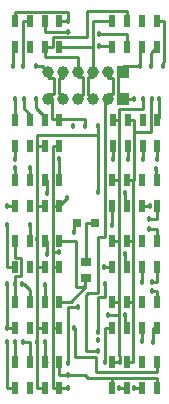
<source format=gtl>
G04 Layer_Physical_Order=1*
G04 Layer_Color=255*
%FSLAX44Y44*%
%MOMM*%
G71*
G01*
G75*
%ADD10R,0.5499X1.0500*%
%ADD11R,0.8001X0.8001*%
%ADD12R,0.8999X0.7000*%
%ADD13C,0.2540*%
%ADD14C,1.0000*%
%ADD15R,1.0000X1.0000*%
%ADD16C,0.4572*%
D10*
X129999Y60347D02*
D03*
X117499D02*
D03*
X92500D02*
D03*
X105000D02*
D03*
X92500Y82348D02*
D03*
X129999D02*
D03*
X117499D02*
D03*
X105000D02*
D03*
X129999Y9000D02*
D03*
X117499D02*
D03*
X92500D02*
D03*
X105000D02*
D03*
X92500Y31001D02*
D03*
X129999D02*
D03*
X117499D02*
D03*
X105000D02*
D03*
X35000Y163040D02*
D03*
X22501D02*
D03*
X10001D02*
D03*
X47499D02*
D03*
X35000Y185042D02*
D03*
X47499D02*
D03*
X22501D02*
D03*
X10001D02*
D03*
X35000Y111693D02*
D03*
X22501D02*
D03*
X10001D02*
D03*
X47499D02*
D03*
X35000Y133695D02*
D03*
X47499D02*
D03*
X22501D02*
D03*
X10001D02*
D03*
X35000Y214387D02*
D03*
X22501D02*
D03*
X10001D02*
D03*
X47499D02*
D03*
X35000Y236388D02*
D03*
X47499D02*
D03*
X22501D02*
D03*
X10001D02*
D03*
X35000Y297998D02*
D03*
X22501D02*
D03*
X10001D02*
D03*
X47499D02*
D03*
X35000Y320000D02*
D03*
X47499D02*
D03*
X22501D02*
D03*
X10001D02*
D03*
X129999Y163040D02*
D03*
X117499D02*
D03*
X92500D02*
D03*
X105000D02*
D03*
X92500Y185042D02*
D03*
X129999D02*
D03*
X117499D02*
D03*
X105000D02*
D03*
X10001Y31001D02*
D03*
X22501D02*
D03*
X47499D02*
D03*
X35000D02*
D03*
X47499Y9000D02*
D03*
X10001D02*
D03*
X22501D02*
D03*
X35000D02*
D03*
X10001Y82348D02*
D03*
X22501D02*
D03*
X47499D02*
D03*
X35000D02*
D03*
X47499Y60347D02*
D03*
X10001D02*
D03*
X22501D02*
D03*
X35000D02*
D03*
X129999Y297998D02*
D03*
X117499D02*
D03*
X92500D02*
D03*
X105000D02*
D03*
X92500Y320000D02*
D03*
X129999D02*
D03*
X117499D02*
D03*
X105000D02*
D03*
X130498Y214387D02*
D03*
X117999D02*
D03*
X93000D02*
D03*
X105499D02*
D03*
X93000Y236388D02*
D03*
X130498D02*
D03*
X117999D02*
D03*
X105499D02*
D03*
X129999Y111693D02*
D03*
X117499D02*
D03*
X92500D02*
D03*
X105000D02*
D03*
X92500Y133695D02*
D03*
X129999D02*
D03*
X117499D02*
D03*
X105000D02*
D03*
D11*
X62499Y149000D02*
D03*
X77501D02*
D03*
D12*
X70000Y115500D02*
D03*
Y102500D02*
D03*
D13*
X54750Y78000D02*
X63250D01*
X54750Y30500D02*
Y78000D01*
X63300Y257460D02*
X67540D01*
X41826Y297998D02*
Y306000D01*
X35000Y297998D02*
X41826D01*
X47000Y272000D02*
X51000D01*
X47000Y258000D02*
X51000D01*
X29000Y163040D02*
Y214387D01*
X42080Y60347D02*
Y111693D01*
X18000Y245500D02*
Y254000D01*
X10000Y236390D02*
Y254000D01*
X10000Y236390D02*
X10000Y236390D01*
X47000Y20000D02*
Y31001D01*
X47499D01*
X70000Y88000D02*
X71924Y89924D01*
X92500Y82190D02*
Y82348D01*
X80500Y90000D02*
Y137250D01*
X74326Y90000D02*
X80500D01*
X74326Y89924D02*
Y90000D01*
X71924Y89924D02*
X74326D01*
X47499Y82348D02*
X57098D01*
X69500Y94750D01*
X80500Y137250D02*
X86000D01*
X85562Y111756D02*
X85754D01*
X101750Y253539D02*
X111000D01*
X29000Y214387D02*
X35000D01*
X47499Y185042D02*
Y203000D01*
X92000Y147250D02*
Y163040D01*
X92500D01*
X47000Y258000D02*
Y272000D01*
X50950Y257460D02*
X51000Y258000D01*
X50600Y277000D02*
X51000Y272000D01*
X63300Y253539D02*
X63650D01*
X50950D02*
Y257460D01*
X97000Y272600D02*
X101400Y277000D01*
X97000Y258000D02*
Y272600D01*
Y258000D02*
X101337D01*
X101668Y257668D01*
Y253620D02*
Y257668D01*
Y253620D02*
X101750Y253539D01*
X88700Y272300D02*
Y277000D01*
Y272300D02*
X89000Y272000D01*
X93000D01*
Y258000D02*
Y272000D01*
X92000Y258000D02*
X93000D01*
X91950Y257950D02*
X92000Y258000D01*
X89050Y257950D02*
X91950D01*
X89050Y253539D02*
Y257950D01*
X38332Y272332D02*
X38663Y272000D01*
X43000D01*
Y258337D02*
Y272000D01*
X42832Y258168D02*
X43000Y258337D01*
X72000Y272540D02*
X76000D01*
X72000Y257460D02*
Y272540D01*
Y257460D02*
X76350D01*
Y253539D02*
Y257460D01*
X63300Y272540D02*
Y277000D01*
Y272540D02*
X67540D01*
Y257460D02*
Y272540D01*
X63300Y253539D02*
Y257460D01*
X61750Y94750D02*
X69500D01*
X61750D02*
Y133695D01*
X47499D02*
X61750D01*
X130498Y203000D02*
Y214387D01*
X117999Y214750D02*
X118009Y214760D01*
X117999Y214387D02*
Y214750D01*
X123750Y152500D02*
X129999D01*
Y163040D01*
X124224D02*
X124256Y163008D01*
X117499Y163040D02*
X124224D01*
X110289Y133695D02*
Y185042D01*
X103005Y165035D02*
Y174009D01*
X97790Y133695D02*
Y185042D01*
X117250Y163040D02*
X117499D01*
X85500Y111693D02*
X92500D01*
X85500D02*
X85562Y111756D01*
X69500Y94750D02*
Y102500D01*
X70000D01*
X59753Y141007D02*
Y149000D01*
X70000D02*
X77501D01*
X70000Y115500D02*
Y149000D01*
X129999Y133695D02*
Y143500D01*
X123750D02*
X129999D01*
X129750Y185042D02*
X129999D01*
X129750D02*
Y194250D01*
X86000Y253539D02*
X89050D01*
X105499Y236388D02*
Y236500D01*
X42080Y124500D02*
Y163040D01*
Y111693D02*
Y124500D01*
X47500D01*
Y124250D02*
Y124500D01*
X129904Y82254D02*
X129999Y82348D01*
X110289Y31001D02*
Y82348D01*
X54059Y169600D02*
Y169760D01*
X63650Y253539D02*
X64000D01*
X59753Y149000D02*
X62499D01*
X103005Y165035D02*
X105000Y163040D01*
X103005Y113688D02*
Y122756D01*
Y113688D02*
X105000Y111693D01*
X103005Y62342D02*
X105000Y60347D01*
X104999Y9000D02*
X105000Y9000D01*
Y31001D02*
X110289D01*
X110755Y9251D02*
X117248D01*
X117499Y9000D01*
X47499Y163040D02*
X54059Y169600D01*
X3000Y163000D02*
X9961D01*
X37000Y174000D02*
Y185042D01*
X10000Y103903D02*
X15291D01*
Y119484D01*
X10001D02*
X15291D01*
X10001D02*
Y133695D01*
X10000Y133696D02*
X10001Y133695D01*
X3000Y60347D02*
X10001D01*
X29000Y111693D02*
Y135300D01*
Y163040D01*
X10001Y111693D02*
X10308Y112000D01*
X23000Y134194D02*
Y147000D01*
X22501Y133695D02*
X23000Y134194D01*
X9961Y163000D02*
X10001Y163040D01*
X10000Y185043D02*
Y195000D01*
X105000Y185042D02*
X110289D01*
X105000Y133695D02*
X110289D01*
Y82348D02*
Y133695D01*
X105000Y82348D02*
X110289D01*
X97790Y185042D02*
X98289D01*
X92500D02*
X97790D01*
X92500Y133695D02*
X97790D01*
X10000Y214387D02*
X10001D01*
X38250Y253539D02*
X40940D01*
X35000Y236388D02*
X35860D01*
X10000Y236390D02*
X10001Y236388D01*
X10000Y185043D02*
X10001Y185042D01*
X22501Y82348D02*
Y92000D01*
X10000Y82350D02*
X10001Y82348D01*
X22501Y31001D02*
X23000Y31501D01*
X10000Y31003D02*
X10001Y31001D01*
X42080Y214387D02*
X47499D01*
X35000Y185042D02*
X37000D01*
X35000Y31001D02*
X37000D01*
X29000Y9000D02*
X35000D01*
X42080Y60347D02*
X47499D01*
X29000D02*
Y111693D01*
X42080D02*
X47499D01*
X42080Y163040D02*
X47499D01*
X35000Y133695D02*
X37000D01*
X29000Y163040D02*
X35000D01*
X29000Y111693D02*
X35000D01*
X29000Y60347D02*
X35000D01*
X76000Y320000D02*
X92500D01*
X76000Y277000D02*
Y297998D01*
X47499D02*
X76000D01*
X22113Y236000D02*
X22501Y236388D01*
X42080Y163040D02*
Y214387D01*
X111000Y253539D02*
Y254000D01*
X130498Y236388D02*
X132000Y237890D01*
Y254000D01*
X110289Y185042D02*
X110789D01*
X125208Y254000D02*
X126000D01*
X125208Y226000D02*
Y254000D01*
X98174Y236388D02*
Y245000D01*
X118000D01*
Y254000D01*
X92500Y82348D02*
X97790D01*
X92500Y31000D02*
Y31001D01*
X47000Y20000D02*
X58250D01*
Y20000D02*
Y20000D01*
X71000Y328000D02*
X105000D01*
X63300Y277000D02*
Y289000D01*
X35000D02*
X63300D01*
X47499Y320000D02*
Y320000D01*
X47500Y319999D01*
X55000D01*
X38832Y258168D02*
X42832D01*
X38250Y253539D02*
X38832Y258168D01*
X35000Y236388D02*
Y239000D01*
X29000Y214387D02*
Y223000D01*
X22501Y236388D02*
Y240999D01*
X18000Y245500D02*
X22501Y240999D01*
X28000Y246000D02*
Y254000D01*
Y246000D02*
X35000Y239000D01*
X40940Y237000D02*
Y253539D01*
X110789Y185042D02*
Y226000D01*
X117999Y203000D02*
Y214387D01*
Y203000D02*
X118000D01*
X86000Y137250D02*
Y253539D01*
X98174Y223174D02*
X98289D01*
X93000Y214387D02*
X93000D01*
X98289Y185042D02*
Y223174D01*
X93000Y214387D02*
X93000Y214387D01*
X93000Y214387D02*
X93000Y214386D01*
Y203000D02*
Y214386D01*
X29000Y223000D02*
X79906D01*
Y175268D02*
Y223000D01*
Y231000D01*
X69000D02*
Y237000D01*
X40940D02*
X69000D01*
X10000Y31003D02*
X10000Y31003D01*
Y48000D01*
X23000Y31501D02*
Y48000D01*
X17000D02*
X23000D01*
X29000Y9000D02*
Y48000D01*
Y60347D01*
X35000Y31001D02*
Y48000D01*
X35000D01*
X3000Y9000D02*
X10001D01*
X3000D02*
Y48000D01*
X10000Y103903D02*
X10000Y103903D01*
Y97000D02*
Y103903D01*
X10000Y82350D02*
X10000Y82350D01*
Y97000D01*
X17501D02*
X22501Y92000D01*
X16000Y97000D02*
X17501D01*
X10000Y203000D02*
Y214387D01*
X35000Y289000D02*
Y297998D01*
X32900Y282000D02*
X37900Y277000D01*
X28000Y282000D02*
X32900D01*
X8000D02*
Y295997D01*
X10001Y297998D01*
X17000Y320000D02*
X22501D01*
X10001Y320000D02*
X10001Y320000D01*
X76000Y297998D02*
Y320000D01*
X92500Y297998D02*
X93002Y298500D01*
X82000D02*
X93002D01*
X81000Y309000D02*
X105000D01*
X129999Y320000D02*
X136000D01*
X105000D02*
Y328000D01*
Y297998D02*
Y309000D01*
X125000Y293000D02*
X129999Y297998D01*
X136000Y285000D02*
Y320000D01*
X125000Y281250D02*
Y293000D01*
X135250Y285000D02*
X136000D01*
X101400Y277000D02*
Y281500D01*
X115500D01*
X135250Y280750D02*
Y281500D01*
Y285000D01*
X22501Y185042D02*
X23000Y185541D01*
Y195000D01*
X3000Y111693D02*
X10001D01*
X3000D02*
Y146750D01*
Y60347D02*
Y97000D01*
X35000Y82348D02*
Y96500D01*
X60250Y59886D02*
X60750D01*
Y35248D02*
Y59886D01*
X80000Y86000D02*
X86250D01*
Y97500D01*
X97790Y82348D02*
Y133695D01*
X80000Y56757D02*
Y86000D01*
X98000Y9000D02*
X105000D01*
X103005Y62342D02*
Y71253D01*
X97790Y71000D02*
Y82348D01*
X88500Y71000D02*
X97790D01*
Y37000D02*
X99060Y35730D01*
X97790Y37000D02*
Y71000D01*
X60750Y35248D02*
X78425D01*
X70000Y40074D02*
X80500D01*
X92500Y31000D02*
X99060D01*
Y35730D01*
X80000Y56757D02*
X80504Y56253D01*
X70000Y40074D02*
Y88000D01*
X117499Y49000D02*
Y60347D01*
Y49000D02*
X117500D01*
X86000Y31000D02*
Y60347D01*
X92500D01*
X47499Y9000D02*
Y9000D01*
X42080D02*
X47499D01*
X42080D02*
Y60347D01*
X47499Y9000D02*
X55000D01*
X126250Y91250D02*
X129999D01*
X126188Y91312D02*
X126250Y91250D01*
X126188Y91312D02*
Y91409D01*
X129999Y82348D02*
Y91250D01*
Y99000D02*
Y111693D01*
X126000Y99000D02*
X129999D01*
X117499Y98500D02*
Y111693D01*
X117250Y98500D02*
X117499D01*
X115500Y297998D02*
X117499D01*
X115500Y281500D02*
Y297998D01*
X35000Y310750D02*
Y320000D01*
X41826Y306000D02*
X50674D01*
Y305924D02*
Y306000D01*
Y305924D02*
X71000D01*
Y328000D01*
X35000Y310750D02*
X55000D01*
X55500D01*
X127250Y60347D02*
X129999D01*
X127250Y48250D02*
Y60347D01*
X129999Y22750D02*
Y31001D01*
X78425Y22750D02*
Y35248D01*
Y22750D02*
X129999D01*
Y9000D02*
Y17500D01*
X58250Y20000D02*
X69250D01*
X71750Y17500D01*
X92500Y9000D02*
Y17500D01*
X71750D02*
X92500D01*
X129999D01*
X17000Y282000D02*
Y320000D01*
X10001D02*
Y327790D01*
X55000D01*
Y319999D02*
Y327790D01*
X37000Y123000D02*
Y133695D01*
X110789Y226000D02*
X125208D01*
X93000Y236388D02*
X98174D01*
X105499Y203000D02*
Y214387D01*
Y236388D02*
X110789D01*
Y226000D02*
Y236388D01*
X98174Y223174D02*
Y236388D01*
D14*
X38250Y253539D02*
D03*
X50950D02*
D03*
X63650D02*
D03*
X76350D02*
D03*
X89050D02*
D03*
X88700Y277000D02*
D03*
X76000D02*
D03*
X63300D02*
D03*
X50600D02*
D03*
X37900D02*
D03*
D15*
X101750Y253539D02*
D03*
X101400Y277000D02*
D03*
D16*
X63250Y78000D02*
D03*
X54750Y30500D02*
D03*
X28000Y254000D02*
D03*
X18000D02*
D03*
X10000D02*
D03*
X55000Y20000D02*
D03*
X85754Y111756D02*
D03*
X47499Y203000D02*
D03*
X123750Y152500D02*
D03*
X124256Y163008D02*
D03*
X103005Y174009D02*
D03*
X92000Y147250D02*
D03*
X69500Y94750D02*
D03*
X59753Y141007D02*
D03*
X123750Y143500D02*
D03*
X129750Y194250D02*
D03*
X47500Y124250D02*
D03*
X54059Y169760D02*
D03*
X103005Y122756D02*
D03*
X60250Y59886D02*
D03*
X110755Y9251D02*
D03*
X3000Y163000D02*
D03*
X37000Y174000D02*
D03*
X3000Y60347D02*
D03*
X29000Y135300D02*
D03*
X23000Y147000D02*
D03*
X10000Y195000D02*
D03*
X37000Y123000D02*
D03*
X111000Y254000D02*
D03*
X132000D02*
D03*
X126000D02*
D03*
X118000D02*
D03*
X55000Y319999D02*
D03*
X105499Y203000D02*
D03*
X118000D02*
D03*
X130498D02*
D03*
X93000D02*
D03*
X79906Y175268D02*
D03*
X59000Y231000D02*
D03*
X79906D02*
D03*
X69000D02*
D03*
X10000Y48000D02*
D03*
X17000D02*
D03*
X29000D02*
D03*
X35000D02*
D03*
X3000D02*
D03*
X10000Y97000D02*
D03*
X16000D02*
D03*
X10000Y203000D02*
D03*
X28000Y282000D02*
D03*
X8000D02*
D03*
X81000Y309000D02*
D03*
Y298500D02*
D03*
X125000Y281500D02*
D03*
X135250D02*
D03*
X115500D02*
D03*
X23000Y195000D02*
D03*
X3000Y146750D02*
D03*
Y97000D02*
D03*
X35000Y96500D02*
D03*
X86250Y97500D02*
D03*
X98000Y9000D02*
D03*
X103005Y71253D02*
D03*
X88500Y71000D02*
D03*
X86000Y31000D02*
D03*
X80500Y40074D02*
D03*
X99060Y31000D02*
D03*
X80504Y56253D02*
D03*
Y50000D02*
D03*
X117500Y49000D02*
D03*
X55000Y9000D02*
D03*
X126188Y91409D02*
D03*
X126000Y98500D02*
D03*
X117250D02*
D03*
X55000Y310750D02*
D03*
X127250Y48250D02*
D03*
X17000Y282000D02*
D03*
M02*

</source>
